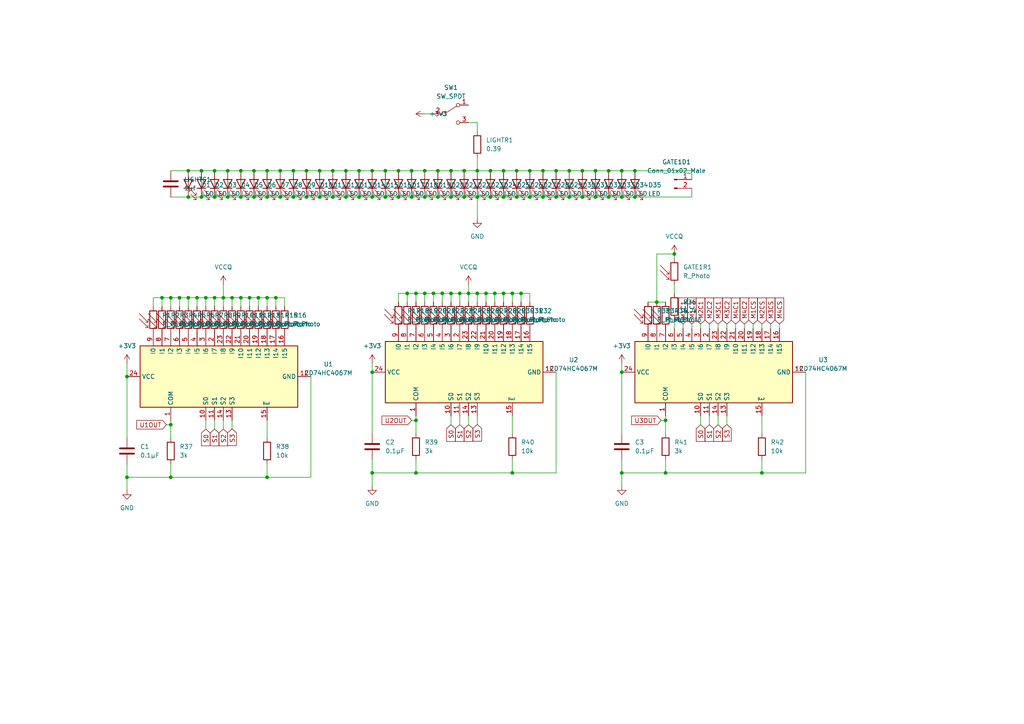
<source format=kicad_sch>
(kicad_sch (version 20211123) (generator eeschema)
  (paper "A4")
  (title_block (title "Layer 1 — LED") (date "2022-02-01") (rev "0.2"))
  (lib_symbols
    (symbol "74xx:CD74HC4067M"
      (property "Reference" "U" (at -8.89 22.86 0))
      (property "Value" "CD74HC4067M" (at 1.27 22.86 0))
      (symbol "CD74HC4067M_0_1"
        (rectangle (start -8.89 21.59) (end 8.89 -24.13) (stroke (width 0.254)) (fill (type background)))
      )
      (symbol "CD74HC4067M_1_1"
        (pin passive line (at -12.7 12.7 0) (length 3.81) (name "COM") (number "1"))
        (pin input line (at -12.7 2.54 0) (length 3.81) (name "S0") (number "10"))
        (pin input line (at -12.7 0 0) (length 3.81) (name "S1") (number "11"))
        (pin power_in line (at 0 -27.94 90) (length 3.81) (name "GND") (number "12"))
        (pin input line (at -12.7 -5.08 0) (length 3.81) (name "S3") (number "13"))
        (pin input line (at -12.7 -2.54 0) (length 3.81) (name "S2") (number "14"))
        (pin input line (at -12.7 -15.24 0) (length 3.81) (name "~{E}") (number "15"))
        (pin passive line (at 12.7 -20.32 180) (length 3.81) (name "I15") (number "16"))
        (pin passive line (at 12.7 -17.78 180) (length 3.81) (name "I14") (number "17"))
        (pin passive line (at 12.7 -15.24 180) (length 3.81) (name "I13") (number "18"))
        (pin passive line (at 12.7 -12.7 180) (length 3.81) (name "I12") (number "19"))
        (pin passive line (at 12.7 0 180) (length 3.81) (name "I7") (number "2"))
        (pin passive line (at 12.7 -10.16 180) (length 3.81) (name "I11") (number "20"))
        (pin passive line (at 12.7 -7.62 180) (length 3.81) (name "I10") (number "21"))
        (pin passive line (at 12.7 -5.08 180) (length 3.81) (name "I9") (number "22"))
        (pin passive line (at 12.7 -2.54 180) (length 3.81) (name "I8") (number "23"))
        (pin power_in line (at 0 25.4 270) (length 3.81) (name "VCC") (number "24"))
        (pin passive line (at 12.7 2.54 180) (length 3.81) (name "I6") (number "3"))
        (pin passive line (at 12.7 5.08 180) (length 3.81) (name "I5") (number "4"))
        (pin passive line (at 12.7 7.62 180) (length 3.81) (name "I4") (number "5"))
        (pin passive line (at 12.7 10.16 180) (length 3.81) (name "I3") (number "6"))
        (pin passive line (at 12.7 12.7 180) (length 3.81) (name "I2") (number "7"))
        (pin passive line (at 12.7 15.24 180) (length 3.81) (name "I1") (number "8"))
        (pin passive line (at 12.7 17.78 180) (length 3.81) (name "I0") (number "9"))
      )
    )
    (symbol "Connector:Conn_01x02_Male" (pin_names (offset 1.016) hide)
      (property "Reference" "J" (at 0 2.54 0))
      (property "Value" "Conn_01x02_Male" (at 0 -5.08 0))
      (symbol "Conn_01x02_Male_1_1"
        (polyline (pts (xy 1.27 -2.54) (xy 0.8636 -2.54)) (stroke (width 0.1524)))
        (polyline (pts (xy 1.27 0) (xy 0.8636 0)) (stroke (width 0.1524)))
        (rectangle (start 0.8636 -2.413) (end 0 -2.667) (stroke (width 0.1524)) (fill (type outline)))
        (rectangle (start 0.8636 0.127) (end 0 -0.127) (stroke (width 0.1524)) (fill (type outline)))
        (pin passive line (at 5.08 0 180) (length 3.81) (name "Pin_1") (number "1"))
        (pin passive line (at 5.08 -2.54 180) (length 3.81) (name "Pin_2") (number "2"))
      )
    )
    (symbol "Device:C" (pin_numbers hide) (pin_names (offset 0.254))
      (property "Reference" "C" (at 0.635 2.54 0))
      (property "Value" "C" (at 0.635 -2.54 0))
      (symbol "C_0_1"
        (polyline (pts (xy -2.032 -0.762) (xy 2.032 -0.762)) (stroke (width 0.508)))
        (polyline (pts (xy -2.032 0.762) (xy 2.032 0.762)) (stroke (width 0.508)))
      )
      (symbol "C_1_1"
        (pin passive line (at 0 3.81 270) (length 2.794) (name "~") (number "1"))
        (pin passive line (at 0 -3.81 90) (length 2.794) (name "~") (number "2"))
      )
    )
    (symbol "Device:LED" (pin_numbers hide) (pin_names (offset 1.016) hide)
      (property "Reference" "D" (at 0 2.54 0))
      (property "Value" "LED" (at 0 -2.54 0))
      (symbol "LED_0_1"
        (polyline (pts (xy -1.27 -1.27) (xy -1.27 1.27)) (stroke (width 0.254)))
        (polyline (pts (xy -1.27 0) (xy 1.27 0)))
        (polyline (pts (xy 1.27 -1.27) (xy 1.27 1.27) (xy -1.27 0) (xy 1.27 -1.27)) (stroke (width 0.254)))
        (polyline (pts (xy -3.048 -0.762) (xy -4.572 -2.286) (xy -3.81 -2.286) (xy -4.572 -2.286) (xy -4.572 -1.524)))
        (polyline (pts (xy -1.778 -0.762) (xy -3.302 -2.286) (xy -2.54 -2.286) (xy -3.302 -2.286) (xy -3.302 -1.524)))
      )
      (symbol "LED_1_1"
        (pin passive line (at -3.81 0 0) (length 2.54) (name "K") (number "1"))
        (pin passive line (at 3.81 0 180) (length 2.54) (name "A") (number "2"))
      )
    )
    (symbol "Device:R" (pin_numbers hide) (pin_names (offset 0))
      (property "Reference" "R" (at 2.032 0 90))
      (property "Value" "R" (at 0 0 90))
      (symbol "R_0_1"
        (rectangle (start -1.016 -2.54) (end 1.016 2.54) (stroke (width 0.254)))
      )
      (symbol "R_1_1"
        (pin passive line (at 0 3.81 270) (length 1.27) (name "~") (number "1"))
        (pin passive line (at 0 -3.81 90) (length 1.27) (name "~") (number "2"))
      )
    )
    (symbol "Device:R_Photo" (pin_numbers hide) (pin_names (offset 0))
      (property "Reference" "R" (at 1.27 1.27 0))
      (property "Value" "R_Photo" (at 1.27 0 0))
      (symbol "R_Photo_0_1"
        (rectangle (start -1.016 2.54) (end 1.016 -2.54) (stroke (width 0.254)))
        (polyline (pts (xy -1.524 -2.286) (xy -4.064 0.254)))
        (polyline (pts (xy -1.524 -2.286) (xy -2.286 -2.286)))
        (polyline (pts (xy -1.524 -2.286) (xy -1.524 -1.524)))
        (polyline (pts (xy -1.524 -0.762) (xy -4.064 1.778)))
        (polyline (pts (xy -1.524 -0.762) (xy -2.286 -0.762)))
        (polyline (pts (xy -1.524 -0.762) (xy -1.524 0)))
      )
      (symbol "R_Photo_1_1"
        (pin passive line (at 0 3.81 270) (length 1.27) (name "~") (number "1"))
        (pin passive line (at 0 -3.81 90) (length 1.27) (name "~") (number "2"))
      )
    )
    (symbol "Switch:SW_SPDT" (pin_names (offset 0) hide)
      (property "Reference" "SW" (at 0 4.318 0))
      (property "Value" "SW_SPDT" (at 0 -5.08 0))
      (symbol "SW_SPDT_0_0"
        (circle (center -2.032 0) (radius 0.508))
        (circle (center 2.032 -2.54) (radius 0.508))
      )
      (symbol "SW_SPDT_0_1"
        (polyline (pts (xy -1.524 0.254) (xy 1.651 2.286)))
        (circle (center 2.032 2.54) (radius 0.508))
      )
      (symbol "SW_SPDT_1_1"
        (pin passive line (at 5.08 2.54 180) (length 2.54) (name "A") (number "1"))
        (pin passive line (at -5.08 0 0) (length 2.54) (name "B") (number "2"))
        (pin passive line (at 5.08 -2.54 180) (length 2.54) (name "C") (number "3"))
      )
    )
    (symbol "power:+3V3" (power) (pin_names (offset 0))
      (property "Value" "+3V3" (at 0 3.556 0))
      (symbol "+3V3_0_1"
        (polyline (pts (xy -0.762 1.27) (xy 0 2.54)))
        (polyline (pts (xy 0 0) (xy 0 2.54)))
        (polyline (pts (xy 0 2.54) (xy 0.762 1.27)))
      )
      (symbol "+3V3_1_1"
        (pin power_in line (at 0 0 90) (length 0) hide (name "+3V3") (number "1"))
      )
    )
    (symbol "power:GND" (power) (pin_names (offset 0))
      (property "Value" "GND" (at 0 -3.81 0))
      (symbol "GND_0_1"
        (polyline (pts (xy 0 0) (xy 0 -1.27) (xy 1.27 -1.27) (xy 0 -2.54) (xy -1.27 -1.27) (xy 0 -1.27)))
      )
      (symbol "GND_1_1"
        (pin power_in line (at 0 0 270) (length 0) hide (name "GND") (number "1"))
      )
    )
    (symbol "power:VCCQ" (power) (pin_names (offset 0))
      (property "Value" "VCCQ" (at 0 3.81 0))
      (symbol "VCCQ_0_1"
        (polyline (pts (xy -0.762 1.27) (xy 0 2.54)))
        (polyline (pts (xy 0 0) (xy 0 2.54)))
        (polyline (pts (xy 0 2.54) (xy 0.762 1.27)))
      )
      (symbol "VCCQ_1_1"
        (pin power_in line (at 0 0 90) (length 0) hide (name "VCCQ") (number "1"))
      )
    )
  )
  (junction (at 127 57.15))
  (junction (at 73.66 49.53))
  (junction (at 138.43 49.53))
  (junction (at 115.57 57.15))
  (junction (at 161.29 57.15))
  (junction (at 120.65 137.16))
  (junction (at 130.81 57.15))
  (junction (at 193.04 121.92))
  (junction (at 148.59 85.09))
  (junction (at 77.47 138.43))
  (junction (at 54.61 86.36))
  (junction (at 123.19 57.15))
  (junction (at 193.04 137.16))
  (junction (at 74.93 86.36))
  (junction (at 59.69 86.36))
  (junction (at 57.15 86.36))
  (junction (at 66.04 49.53))
  (junction (at 92.71 49.53))
  (junction (at 130.81 49.53))
  (junction (at 220.98 137.16))
  (junction (at 195.58 73.66))
  (junction (at 140.97 85.09))
  (junction (at 149.86 49.53))
  (junction (at 52.07 86.36))
  (junction (at 77.47 86.36))
  (junction (at 153.67 49.53))
  (junction (at 148.59 137.16))
  (junction (at 125.73 85.09))
  (junction (at 36.83 138.43))
  (junction (at 111.76 57.15))
  (junction (at 107.95 49.53))
  (junction (at 111.76 49.53))
  (junction (at 81.28 49.53))
  (junction (at 69.85 49.53))
  (junction (at 58.42 49.53))
  (junction (at 180.34 137.16))
  (junction (at 184.15 49.53))
  (junction (at 142.24 49.53))
  (junction (at 172.72 49.53))
  (junction (at 157.48 49.53))
  (junction (at 165.1 57.15))
  (junction (at 134.62 49.53))
  (junction (at 123.19 85.09))
  (junction (at 146.05 49.53))
  (junction (at 190.5 87.63))
  (junction (at 180.34 49.53))
  (junction (at 49.53 86.36))
  (junction (at 172.72 57.15))
  (junction (at 120.65 121.92))
  (junction (at 107.95 107.95))
  (junction (at 180.34 57.15))
  (junction (at 69.85 57.15))
  (junction (at 69.85 86.36))
  (junction (at 64.77 86.36))
  (junction (at 123.19 49.53))
  (junction (at 119.38 49.53))
  (junction (at 49.53 123.19))
  (junction (at 62.23 49.53))
  (junction (at 104.14 49.53))
  (junction (at 73.66 57.15))
  (junction (at 67.31 86.36))
  (junction (at 72.39 86.36))
  (junction (at 143.51 85.09))
  (junction (at 153.67 57.15))
  (junction (at 100.33 49.53))
  (junction (at 168.91 57.15))
  (junction (at 58.42 57.15))
  (junction (at 138.43 57.15))
  (junction (at 85.09 57.15))
  (junction (at 77.47 57.15))
  (junction (at 138.43 85.09))
  (junction (at 180.34 107.95))
  (junction (at 46.99 86.36))
  (junction (at 80.01 86.36))
  (junction (at 118.11 85.09))
  (junction (at 66.04 57.15))
  (junction (at 146.05 57.15))
  (junction (at 119.38 57.15))
  (junction (at 134.62 57.15))
  (junction (at 176.53 49.53))
  (junction (at 133.35 85.09))
  (junction (at 146.05 85.09))
  (junction (at 96.52 57.15))
  (junction (at 149.86 57.15))
  (junction (at 107.95 57.15))
  (junction (at 36.83 109.22))
  (junction (at 165.1 49.53))
  (junction (at 62.23 57.15))
  (junction (at 77.47 49.53))
  (junction (at 168.91 49.53))
  (junction (at 54.61 57.15))
  (junction (at 142.24 57.15))
  (junction (at 85.09 49.53))
  (junction (at 151.13 85.09))
  (junction (at 176.53 57.15))
  (junction (at 127 49.53))
  (junction (at 62.23 86.36))
  (junction (at 81.28 57.15))
  (junction (at 54.61 49.53))
  (junction (at 96.52 49.53))
  (junction (at 157.48 57.15))
  (junction (at 128.27 85.09))
  (junction (at 100.33 57.15))
  (junction (at 49.53 138.43))
  (junction (at 130.81 85.09))
  (junction (at 88.9 49.53))
  (junction (at 104.14 57.15))
  (junction (at 107.95 137.16))
  (junction (at 115.57 49.53))
  (junction (at 135.89 85.09))
  (junction (at 92.71 57.15))
  (junction (at 120.65 85.09))
  (junction (at 161.29 49.53))
  (junction (at 88.9 57.15))
  (junction (at 184.15 57.15))
  (wire (pts (xy 36.83 109.22) (xy 36.83 127)))
  (wire (pts (xy 67.31 86.36) (xy 67.31 88.9)))
  (wire (pts (xy 135.89 85.09) (xy 138.43 85.09)))
  (wire (pts (xy 72.39 86.36) (xy 74.93 86.36)))
  (wire (pts (xy 220.98 133.35) (xy 220.98 137.16)))
  (wire (pts (xy 223.52 93.98) (xy 223.52 95.25)))
  (wire (pts (xy 133.35 120.65) (xy 133.35 123.19)))
  (wire (pts (xy 72.39 86.36) (xy 72.39 88.9)))
  (wire (pts (xy 233.68 107.95) (xy 233.68 137.16)))
  (wire (pts (xy 49.53 121.92) (xy 49.53 123.19)))
  (wire (pts (xy 208.28 120.65) (xy 208.28 123.19)))
  (wire (pts (xy 49.53 123.19) (xy 48.26 123.19)))
  (wire (pts (xy 64.77 86.36) (xy 64.77 88.9)))
  (wire (pts (xy 74.93 86.36) (xy 74.93 88.9)))
  (wire (pts (xy 200.66 49.53) (xy 200.66 52.07)))
  (wire (pts (xy 195.58 92.71) (xy 195.58 95.25)))
  (wire (pts (xy 64.77 86.36) (xy 67.31 86.36)))
  (wire (pts (xy 138.43 57.15) (xy 142.24 57.15)))
  (wire (pts (xy 119.38 49.53) (xy 123.19 49.53)))
  (wire (pts (xy 92.71 57.15) (xy 96.52 57.15)))
  (wire (pts (xy 208.28 93.98) (xy 208.28 95.25)))
  (wire (pts (xy 135.89 82.55) (xy 135.89 85.09)))
  (wire (pts (xy 85.09 49.53) (xy 88.9 49.53)))
  (wire (pts (xy 115.57 87.63) (xy 115.57 85.09)))
  (wire (pts (xy 151.13 85.09) (xy 153.67 85.09)))
  (wire (pts (xy 205.74 93.98) (xy 205.74 95.25)))
  (wire (pts (xy 107.95 107.95) (xy 107.95 125.73)))
  (wire (pts (xy 135.89 85.09) (xy 135.89 87.63)))
  (wire (pts (xy 146.05 85.09) (xy 146.05 87.63)))
  (wire (pts (xy 100.33 49.53) (xy 104.14 49.53)))
  (wire (pts (xy 123.19 57.15) (xy 127 57.15)))
  (wire (pts (xy 153.67 49.53) (xy 157.48 49.53)))
  (wire (pts (xy 62.23 86.36) (xy 64.77 86.36)))
  (wire (pts (xy 138.43 120.65) (xy 138.43 123.19)))
  (wire (pts (xy 157.48 57.15) (xy 161.29 57.15)))
  (wire (pts (xy 218.44 93.98) (xy 218.44 95.25)))
  (wire (pts (xy 134.62 57.15) (xy 138.43 57.15)))
  (wire (pts (xy 107.95 137.16) (xy 120.65 137.16)))
  (wire (pts (xy 176.53 49.53) (xy 180.34 49.53)))
  (wire (pts (xy 143.51 85.09) (xy 143.51 87.63)))
  (wire (pts (xy 168.91 49.53) (xy 172.72 49.53)))
  (wire (pts (xy 180.34 137.16) (xy 193.04 137.16)))
  (wire (pts (xy 52.07 86.36) (xy 52.07 88.9)))
  (wire (pts (xy 120.65 85.09) (xy 123.19 85.09)))
  (wire (pts (xy 161.29 57.15) (xy 165.1 57.15)))
  (wire (pts (xy 195.58 82.55) (xy 195.58 85.09)))
  (wire (pts (xy 180.34 105.41) (xy 180.34 107.95)))
  (wire (pts (xy 118.11 85.09) (xy 118.11 87.63)))
  (wire (pts (xy 100.33 57.15) (xy 104.14 57.15)))
  (wire (pts (xy 62.23 49.53) (xy 66.04 49.53)))
  (wire (pts (xy 146.05 57.15) (xy 149.86 57.15)))
  (wire (pts (xy 46.99 86.36) (xy 46.99 88.9)))
  (wire (pts (xy 67.31 86.36) (xy 69.85 86.36)))
  (wire (pts (xy 168.91 57.15) (xy 172.72 57.15)))
  (wire (pts (xy 54.61 86.36) (xy 54.61 88.9)))
  (wire (pts (xy 73.66 57.15) (xy 77.47 57.15)))
  (wire (pts (xy 104.14 49.53) (xy 107.95 49.53)))
  (wire (pts (xy 148.59 85.09) (xy 148.59 87.63)))
  (wire (pts (xy 73.66 49.53) (xy 77.47 49.53)))
  (wire (pts (xy 133.35 85.09) (xy 133.35 87.63)))
  (wire (pts (xy 138.43 85.09) (xy 138.43 87.63)))
  (wire (pts (xy 66.04 49.53) (xy 69.85 49.53)))
  (wire (pts (xy 213.36 93.98) (xy 213.36 95.25)))
  (wire (pts (xy 59.69 86.36) (xy 62.23 86.36)))
  (wire (pts (xy 190.5 87.63) (xy 193.04 87.63)))
  (wire (pts (xy 142.24 57.15) (xy 146.05 57.15)))
  (wire (pts (xy 82.55 86.36) (xy 82.55 88.9)))
  (wire (pts (xy 49.53 57.15) (xy 54.61 57.15)))
  (wire (pts (xy 135.89 35.56) (xy 138.43 35.56)))
  (wire (pts (xy 107.95 49.53) (xy 111.76 49.53)))
  (wire (pts (xy 203.2 93.98) (xy 203.2 95.25)))
  (wire (pts (xy 180.34 57.15) (xy 184.15 57.15)))
  (wire (pts (xy 148.59 120.65) (xy 148.59 125.73)))
  (wire (pts (xy 62.23 57.15) (xy 66.04 57.15)))
  (wire (pts (xy 59.69 86.36) (xy 59.69 88.9)))
  (wire (pts (xy 69.85 49.53) (xy 73.66 49.53)))
  (wire (pts (xy 149.86 49.53) (xy 153.67 49.53)))
  (wire (pts (xy 130.81 57.15) (xy 134.62 57.15)))
  (wire (pts (xy 148.59 137.16) (xy 161.29 137.16)))
  (wire (pts (xy 130.81 120.65) (xy 130.81 123.19)))
  (wire (pts (xy 134.62 49.53) (xy 138.43 49.53)))
  (wire (pts (xy 161.29 107.95) (xy 161.29 137.16)))
  (wire (pts (xy 125.73 85.09) (xy 125.73 87.63)))
  (wire (pts (xy 96.52 57.15) (xy 100.33 57.15)))
  (wire (pts (xy 120.65 85.09) (xy 120.65 87.63)))
  (wire (pts (xy 128.27 85.09) (xy 128.27 87.63)))
  (wire (pts (xy 133.35 85.09) (xy 135.89 85.09)))
  (wire (pts (xy 138.43 45.72) (xy 138.43 49.53)))
  (wire (pts (xy 193.04 120.65) (xy 193.04 121.92)))
  (wire (pts (xy 172.72 49.53) (xy 176.53 49.53)))
  (wire (pts (xy 140.97 85.09) (xy 140.97 87.63)))
  (wire (pts (xy 96.52 49.53) (xy 100.33 49.53)))
  (wire (pts (xy 123.19 33.02) (xy 125.73 33.02)))
  (wire (pts (xy 184.15 49.53) (xy 200.66 49.53)))
  (wire (pts (xy 220.98 93.98) (xy 220.98 95.25)))
  (wire (pts (xy 115.57 85.09) (xy 118.11 85.09)))
  (wire (pts (xy 148.59 133.35) (xy 148.59 137.16)))
  (wire (pts (xy 138.43 35.56) (xy 138.43 38.1)))
  (wire (pts (xy 120.65 137.16) (xy 148.59 137.16)))
  (wire (pts (xy 180.34 49.53) (xy 184.15 49.53)))
  (wire (pts (xy 138.43 57.15) (xy 138.43 63.5)))
  (wire (pts (xy 77.47 49.53) (xy 81.28 49.53)))
  (wire (pts (xy 107.95 57.15) (xy 111.76 57.15)))
  (wire (pts (xy 77.47 86.36) (xy 77.47 88.9)))
  (wire (pts (xy 142.24 49.53) (xy 146.05 49.53)))
  (wire (pts (xy 120.65 121.92) (xy 119.38 121.92)))
  (wire (pts (xy 190.5 87.63) (xy 190.5 73.66)))
  (wire (pts (xy 195.58 73.66) (xy 195.58 74.93)))
  (wire (pts (xy 36.83 134.62) (xy 36.83 138.43)))
  (wire (pts (xy 120.65 120.65) (xy 120.65 121.92)))
  (wire (pts (xy 205.74 120.65) (xy 205.74 123.19)))
  (wire (pts (xy 153.67 85.09) (xy 153.67 87.63)))
  (wire (pts (xy 146.05 49.53) (xy 149.86 49.53)))
  (wire (pts (xy 81.28 57.15) (xy 85.09 57.15)))
  (wire (pts (xy 36.83 138.43) (xy 36.83 142.24)))
  (wire (pts (xy 64.77 82.55) (xy 64.77 86.36)))
  (wire (pts (xy 157.48 49.53) (xy 161.29 49.53)))
  (wire (pts (xy 54.61 57.15) (xy 58.42 57.15)))
  (wire (pts (xy 77.47 86.36) (xy 80.01 86.36)))
  (wire (pts (xy 180.34 137.16) (xy 180.34 140.97)))
  (wire (pts (xy 130.81 85.09) (xy 133.35 85.09)))
  (wire (pts (xy 120.65 133.35) (xy 120.65 137.16)))
  (wire (pts (xy 58.42 57.15) (xy 62.23 57.15)))
  (wire (pts (xy 138.43 85.09) (xy 140.97 85.09)))
  (wire (pts (xy 176.53 57.15) (xy 180.34 57.15)))
  (wire (pts (xy 36.83 105.41) (xy 36.83 109.22)))
  (wire (pts (xy 77.47 138.43) (xy 90.17 138.43)))
  (wire (pts (xy 123.19 85.09) (xy 123.19 87.63)))
  (wire (pts (xy 49.53 49.53) (xy 54.61 49.53)))
  (wire (pts (xy 233.68 137.16) (xy 220.98 137.16)))
  (wire (pts (xy 123.19 85.09) (xy 125.73 85.09)))
  (wire (pts (xy 77.47 57.15) (xy 81.28 57.15)))
  (wire (pts (xy 187.96 87.63) (xy 190.5 87.63)))
  (wire (pts (xy 92.71 49.53) (xy 96.52 49.53)))
  (wire (pts (xy 49.53 138.43) (xy 77.47 138.43)))
  (wire (pts (xy 200.66 54.61) (xy 200.66 57.15)))
  (wire (pts (xy 54.61 49.53) (xy 58.42 49.53)))
  (wire (pts (xy 62.23 121.92) (xy 62.23 124.46)))
  (wire (pts (xy 191.77 121.92) (xy 193.04 121.92)))
  (wire (pts (xy 130.81 85.09) (xy 130.81 87.63)))
  (wire (pts (xy 57.15 86.36) (xy 59.69 86.36)))
  (wire (pts (xy 107.95 105.41) (xy 107.95 107.95)))
  (wire (pts (xy 146.05 85.09) (xy 148.59 85.09)))
  (wire (pts (xy 81.28 49.53) (xy 85.09 49.53)))
  (wire (pts (xy 66.04 57.15) (xy 69.85 57.15)))
  (wire (pts (xy 125.73 85.09) (xy 128.27 85.09)))
  (wire (pts (xy 54.61 86.36) (xy 57.15 86.36)))
  (wire (pts (xy 52.07 86.36) (xy 54.61 86.36)))
  (wire (pts (xy 115.57 49.53) (xy 119.38 49.53)))
  (wire (pts (xy 127 49.53) (xy 130.81 49.53)))
  (wire (pts (xy 153.67 57.15) (xy 157.48 57.15)))
  (wire (pts (xy 111.76 57.15) (xy 115.57 57.15)))
  (wire (pts (xy 226.06 93.98) (xy 226.06 95.25)))
  (wire (pts (xy 69.85 57.15) (xy 73.66 57.15)))
  (wire (pts (xy 190.5 73.66) (xy 195.58 73.66)))
  (wire (pts (xy 138.43 49.53) (xy 142.24 49.53)))
  (wire (pts (xy 57.15 86.36) (xy 57.15 88.9)))
  (wire (pts (xy 115.57 57.15) (xy 119.38 57.15)))
  (wire (pts (xy 149.86 57.15) (xy 153.67 57.15)))
  (wire (pts (xy 85.09 57.15) (xy 88.9 57.15)))
  (wire (pts (xy 77.47 134.62) (xy 77.47 138.43)))
  (wire (pts (xy 69.85 86.36) (xy 72.39 86.36)))
  (wire (pts (xy 200.66 93.98) (xy 200.66 95.25)))
  (wire (pts (xy 107.95 133.35) (xy 107.95 137.16)))
  (wire (pts (xy 193.04 121.92) (xy 193.04 125.73)))
  (wire (pts (xy 80.01 86.36) (xy 80.01 88.9)))
  (wire (pts (xy 118.11 85.09) (xy 120.65 85.09)))
  (wire (pts (xy 49.53 123.19) (xy 49.53 127)))
  (wire (pts (xy 151.13 85.09) (xy 151.13 87.63)))
  (wire (pts (xy 69.85 86.36) (xy 69.85 88.9)))
  (wire (pts (xy 210.82 120.65) (xy 210.82 123.19)))
  (wire (pts (xy 49.53 86.36) (xy 52.07 86.36)))
  (wire (pts (xy 193.04 133.35) (xy 193.04 137.16)))
  (wire (pts (xy 111.76 49.53) (xy 115.57 49.53)))
  (wire (pts (xy 36.83 138.43) (xy 49.53 138.43)))
  (wire (pts (xy 193.04 137.16) (xy 220.98 137.16)))
  (wire (pts (xy 49.53 134.62) (xy 49.53 138.43)))
  (wire (pts (xy 161.29 49.53) (xy 165.1 49.53)))
  (wire (pts (xy 59.69 121.92) (xy 59.69 124.46)))
  (wire (pts (xy 44.45 86.36) (xy 46.99 86.36)))
  (wire (pts (xy 165.1 49.53) (xy 168.91 49.53)))
  (wire (pts (xy 184.15 57.15) (xy 200.66 57.15)))
  (wire (pts (xy 165.1 57.15) (xy 168.91 57.15)))
  (wire (pts (xy 62.23 86.36) (xy 62.23 88.9)))
  (wire (pts (xy 128.27 85.09) (xy 130.81 85.09)))
  (wire (pts (xy 104.14 57.15) (xy 107.95 57.15)))
  (wire (pts (xy 135.89 120.65) (xy 135.89 123.19)))
  (wire (pts (xy 44.45 88.9) (xy 44.45 86.36)))
  (wire (pts (xy 198.12 93.98) (xy 198.12 95.25)))
  (wire (pts (xy 203.2 120.65) (xy 203.2 123.19)))
  (wire (pts (xy 64.77 121.92) (xy 64.77 124.46)))
  (wire (pts (xy 107.95 137.16) (xy 107.95 140.97)))
  (wire (pts (xy 148.59 85.09) (xy 151.13 85.09)))
  (wire (pts (xy 123.19 49.53) (xy 127 49.53)))
  (wire (pts (xy 119.38 57.15) (xy 123.19 57.15)))
  (wire (pts (xy 220.98 120.65) (xy 220.98 125.73)))
  (wire (pts (xy 140.97 85.09) (xy 143.51 85.09)))
  (wire (pts (xy 127 57.15) (xy 130.81 57.15)))
  (wire (pts (xy 143.51 85.09) (xy 146.05 85.09)))
  (wire (pts (xy 80.01 86.36) (xy 82.55 86.36)))
  (wire (pts (xy 88.9 57.15) (xy 92.71 57.15)))
  (wire (pts (xy 77.47 121.92) (xy 77.47 127)))
  (wire (pts (xy 120.65 121.92) (xy 120.65 125.73)))
  (wire (pts (xy 67.31 121.92) (xy 67.31 124.46)))
  (wire (pts (xy 215.9 93.98) (xy 215.9 95.25)))
  (wire (pts (xy 130.81 49.53) (xy 134.62 49.53)))
  (wire (pts (xy 210.82 93.98) (xy 210.82 95.25)))
  (wire (pts (xy 180.34 107.95) (xy 180.34 125.73)))
  (wire (pts (xy 74.93 86.36) (xy 77.47 86.36)))
  (wire (pts (xy 46.99 86.36) (xy 49.53 86.36)))
  (wire (pts (xy 58.42 49.53) (xy 62.23 49.53)))
  (wire (pts (xy 90.17 109.22) (xy 90.17 138.43)))
  (wire (pts (xy 49.53 86.36) (xy 49.53 88.9)))
  (wire (pts (xy 172.72 57.15) (xy 176.53 57.15)))
  (wire (pts (xy 180.34 133.35) (xy 180.34 137.16)))
  (wire (pts (xy 88.9 49.53) (xy 92.71 49.53)))
  (global_label "M3C1" (shape input) (at 208.28 93.98 90) (property "Intersheet References" "${INTERSHEET_REFS}" (effects hide)))
  (global_label "M2C1" (shape input) (at 203.2 93.98 90) (property "Intersheet References" "${INTERSHEET_REFS}" (effects hide)))
  (global_label "S0" (shape input) (at 203.2 123.19 270) (property "Intersheet References" "${INTERSHEET_REFS}" (effects hide)))
  (global_label "S3" (shape input) (at 210.82 123.1117 270) (property "Intersheet References" "${INTERSHEET_REFS}" (effects hide)))
  (global_label "S3" (shape input) (at 67.31 124.3817 270) (property "Intersheet References" "${INTERSHEET_REFS}" (effects hide)))
  (global_label "U1OUT" (shape input) (at 48.26 123.19 180) (property "Intersheet References" "${INTERSHEET_REFS}" (effects hide)))
  (global_label "S1" (shape input) (at 62.23 124.46 270) (property "Intersheet References" "${INTERSHEET_REFS}" (effects hide)))
  (global_label "M4CS" (shape input) (at 226.06 93.98 90) (property "Intersheet References" "${INTERSHEET_REFS}" (effects hide)))
  (global_label "S3" (shape input) (at 138.43 123.1117 270) (property "Intersheet References" "${INTERSHEET_REFS}" (effects hide)))
  (global_label "M1C1" (shape input) (at 198.12 93.98 90) (property "Intersheet References" "${INTERSHEET_REFS}" (effects hide)))
  (global_label "M4C1" (shape input) (at 213.36 93.98 90) (property "Intersheet References" "${INTERSHEET_REFS}" (effects hide)))
  (global_label "S0" (shape input) (at 130.81 123.19 270) (property "Intersheet References" "${INTERSHEET_REFS}" (effects hide)))
  (global_label "M1CS" (shape input) (at 218.44 93.98 90) (property "Intersheet References" "${INTERSHEET_REFS}" (effects hide)))
  (global_label "S1" (shape input) (at 205.74 123.19 270) (property "Intersheet References" "${INTERSHEET_REFS}" (effects hide)))
  (global_label "U3OUT" (shape input) (at 191.77 121.92 180) (property "Intersheet References" "${INTERSHEET_REFS}" (effects hide)))
  (global_label "M2CS" (shape input) (at 220.98 93.98 90) (property "Intersheet References" "${INTERSHEET_REFS}" (effects hide)))
  (global_label "M3CS" (shape input) (at 223.52 93.98 90) (property "Intersheet References" "${INTERSHEET_REFS}" (effects hide)))
  (global_label "S2" (shape input) (at 64.77 124.46 270) (property "Intersheet References" "${INTERSHEET_REFS}" (effects hide)))
  (global_label "M3C2" (shape input) (at 210.82 93.98 90) (property "Intersheet References" "${INTERSHEET_REFS}" (effects hide)))
  (global_label "S1" (shape input) (at 133.35 123.19 270) (property "Intersheet References" "${INTERSHEET_REFS}" (effects hide)))
  (global_label "S0" (shape input) (at 59.69 124.46 270) (property "Intersheet References" "${INTERSHEET_REFS}" (effects hide)))
  (global_label "U2OUT" (shape input) (at 119.38 121.92 180) (property "Intersheet References" "${INTERSHEET_REFS}" (effects hide)))
  (global_label "S2" (shape input) (at 208.28 123.19 270) (property "Intersheet References" "${INTERSHEET_REFS}" (effects hide)))
  (global_label "S2" (shape input) (at 135.89 123.19 270) (property "Intersheet References" "${INTERSHEET_REFS}" (effects hide)))
  (global_label "M4C2" (shape input) (at 215.9 93.98 90) (property "Intersheet References" "${INTERSHEET_REFS}" (effects hide)))
  (global_label "M2C2" (shape input) (at 205.74 93.98 90) (property "Intersheet References" "${INTERSHEET_REFS}" (effects hide)))
  (global_label "M1C2" (shape input) (at 200.66 93.98 90) (property "Intersheet References" "${INTERSHEET_REFS}" (effects hide)))
  (symbol (lib_id "Device:LED") (at 134.62 53.34 90) (unit 1)
    (property "Reference" "D22" (at 138.43 53.6574 90) (effects (justify right)))
    (property "Value" "LED" (at 138.43 56.1974 90) (effects (justify right)))
    (property "Footprint" "OF-SMD3528WC:LED_OF-SMD3528WC" (effects hide))
  )
  (symbol (lib_id "Device:R") (at 77.47 130.81 0) (unit 1)
    (property "Reference" "R38" (at 80.01 129.5399 0) (effects (justify left)))
    (property "Value" "10k" (at 80.01 132.0799 0) (effects (justify left)))
    (property "Footprint" "Resistors:0603" (effects hide))
  )
  (symbol (lib_id "power:GND") (at 107.95 140.97 0) (unit 1)
    (property "Reference" "#PWR017" (effects hide))
    (property "Value" "GND" (at 107.95 146.05 0))
  )
  (symbol (lib_id "Device:C") (at 36.83 130.81 0) (unit 1)
    (property "Reference" "C1" (at 40.64 129.5399 0) (effects (justify left)))
    (property "Value" "0.1µF" (at 40.64 132.0799 0) (effects (justify left)))
    (property "Footprint" "Capacitors:0603" (effects hide))
  )
  (symbol (lib_id "Device:LED") (at 172.72 53.34 90) (unit 1)
    (property "Reference" "D32" (at 176.53 53.6574 90) (effects (justify right)))
    (property "Value" "LED" (at 176.53 56.1974 90) (effects (justify right)))
    (property "Footprint" "OF-SMD3528WC:LED_OF-SMD3528WC" (effects hide))
  )
  (symbol (lib_id "Device:LED") (at 111.76 53.34 90) (unit 1)
    (property "Reference" "D16" (at 115.57 53.6574 90) (effects (justify right)))
    (property "Value" "LED" (at 115.57 56.1974 90) (effects (justify right)))
    (property "Footprint" "OF-SMD3528WC:LED_OF-SMD3528WC" (effects hide))
  )
  (symbol (lib_id "Device:LED") (at 184.15 53.34 90) (unit 1)
    (property "Reference" "D35" (at 187.96 53.6574 90) (effects (justify right)))
    (property "Value" "LED" (at 187.96 56.1974 90) (effects (justify right)))
    (property "Footprint" "OF-SMD3528WC:LED_OF-SMD3528WC" (effects hide))
  )
  (symbol (lib_id "Device:R_Photo") (at 49.53 92.71 0) (unit 1)
    (property "Reference" "R3" (at 52.07 91.4399 0) (effects (justify left)))
    (property "Value" "R_Photo" (at 52.07 93.9799 0) (effects (justify left)))
    (property "Footprint" "ALS-PT19-315C_L177_TR8:XDCR_ALS-PT19-315C_L177_TR8" (effects hide))
  )
  (symbol (lib_id "Device:R") (at 195.58 88.9 0) (unit 1)
    (property "Reference" "R36" (at 198.12 87.6299 0) (effects (justify left)))
    (property "Value" "4.7k" (at 198.12 90.1699 0) (effects (justify left)))
    (property "Footprint" "Resistors:0603" (effects hide))
  )
  (symbol (lib_id "Device:R_Photo") (at 62.23 92.71 0) (unit 1)
    (property "Reference" "R8" (at 64.77 91.4399 0) (effects (justify left)))
    (property "Value" "R_Photo" (at 64.77 93.9799 0) (effects (justify left)))
    (property "Footprint" "ALS-PT19-315C_L177_TR8:XDCR_ALS-PT19-315C_L177_TR8" (effects hide))
  )
  (symbol (lib_id "Device:LED") (at 149.86 53.34 90) (unit 1)
    (property "Reference" "D26" (at 153.67 53.6574 90) (effects (justify right)))
    (property "Value" "LED" (at 153.67 56.1974 90) (effects (justify right)))
    (property "Footprint" "OF-SMD3528WC:LED_OF-SMD3528WC" (effects hide))
  )
  (symbol (lib_id "Device:LED") (at 161.29 53.34 90) (unit 1)
    (property "Reference" "D29" (at 165.1 53.6574 90) (effects (justify right)))
    (property "Value" "LED" (at 165.1 56.1974 90) (effects (justify right)))
    (property "Footprint" "OF-SMD3528WC:LED_OF-SMD3528WC" (effects hide))
  )
  (symbol (lib_id "74xx:CD74HC4067M") (at 205.74 107.95 90) (unit 1)
    (property "Reference" "U3" (at 238.76 104.3686 90))
    (property "Value" "CD74HC4067M" (at 238.76 106.9086 90))
    (property "Footprint" "Package_SO:SOIC-24W_7.5x15.4mm_P1.27mm" (effects hide))
    (property "Datasheet" "http://www.ti.com/lit/ds/symlink/cd74hc4067.pdf" (effects hide))
  )
  (symbol (lib_id "Device:LED") (at 165.1 53.34 90) (unit 1)
    (property "Reference" "D30" (at 168.91 53.6574 90) (effects (justify right)))
    (property "Value" "LED" (at 168.91 56.1974 90) (effects (justify right)))
    (property "Footprint" "OF-SMD3528WC:LED_OF-SMD3528WC" (effects hide))
  )
  (symbol (lib_id "Device:R_Photo") (at 74.93 92.71 0) (unit 1)
    (property "Reference" "R13" (at 77.47 91.4399 0) (effects (justify left)))
    (property "Value" "R_Photo" (at 77.47 93.9799 0) (effects (justify left)))
    (property "Footprint" "ALS-PT19-315C_L177_TR8:XDCR_ALS-PT19-315C_L177_TR8" (effects hide))
  )
  (symbol (lib_id "Connector:Conn_01x02_Male") (at 195.58 52.07 0) (unit 1)
    (property "Reference" "GATE1D1" (at 196.215 46.99 0))
    (property "Value" "Conn_01x02_Male" (at 196.215 49.53 0))
    (property "Footprint" "Connectors:1X02_LOCK" (effects hide))
  )
  (symbol (lib_id "Device:LED") (at 123.19 53.34 90) (unit 1)
    (property "Reference" "D19" (at 127 53.6574 90) (effects (justify right)))
    (property "Value" "LED" (at 127 56.1974 90) (effects (justify right)))
    (property "Footprint" "OF-SMD3528WC:LED_OF-SMD3528WC" (effects hide))
  )
  (symbol (lib_id "Device:R_Photo") (at 130.81 91.44 0) (unit 1)
    (property "Reference" "R23" (at 133.35 90.1699 0) (effects (justify left)))
    (property "Value" "R_Photo" (at 133.35 92.7099 0) (effects (justify left)))
    (property "Footprint" "ALS-PT19-315C_L177_TR8:XDCR_ALS-PT19-315C_L177_TR8" (effects hide))
  )
  (symbol (lib_id "Device:LED") (at 58.42 53.34 90) (unit 1)
    (property "Reference" "D2" (at 62.23 53.6574 90) (effects (justify right)))
    (property "Value" "LED" (at 62.23 56.1974 90) (effects (justify right)))
    (property "Footprint" "OF-SMD3528WC:LED_OF-SMD3528WC" (effects hide))
  )
  (symbol (lib_id "Device:LED") (at 176.53 53.34 90) (unit 1)
    (property "Reference" "D33" (at 180.34 53.6574 90) (effects (justify right)))
    (property "Value" "LED" (at 180.34 56.1974 90) (effects (justify right)))
    (property "Footprint" "OF-SMD3528WC:LED_OF-SMD3528WC" (effects hide))
  )
  (symbol (lib_id "Device:LED") (at 96.52 53.34 90) (unit 1)
    (property "Reference" "D12" (at 100.33 53.6574 90) (effects (justify right)))
    (property "Value" "LED" (at 100.33 56.1974 90) (effects (justify right)))
    (property "Footprint" "OF-SMD3528WC:LED_OF-SMD3528WC" (effects hide))
  )
  (symbol (lib_id "power:+3V3") (at 36.83 105.41 0) (unit 1)
    (property "Reference" "#PWR0103" (effects hide))
    (property "Value" "+3V3" (at 36.83 100.33 0))
  )
  (symbol (lib_id "Device:R_Photo") (at 77.47 92.71 0) (unit 1)
    (property "Reference" "R14" (at 80.01 91.4399 0) (effects (justify left)))
    (property "Value" "R_Photo" (at 80.01 93.9799 0) (effects (justify left)))
    (property "Footprint" "ALS-PT19-315C_L177_TR8:XDCR_ALS-PT19-315C_L177_TR8" (effects hide))
  )
  (symbol (lib_id "Device:R_Photo") (at 52.07 92.71 0) (unit 1)
    (property "Reference" "R4" (at 54.61 91.4399 0) (effects (justify left)))
    (property "Value" "R_Photo" (at 54.61 93.9799 0) (effects (justify left)))
    (property "Footprint" "ALS-PT19-315C_L177_TR8:XDCR_ALS-PT19-315C_L177_TR8" (effects hide))
  )
  (symbol (lib_id "Device:LED") (at 127 53.34 90) (unit 1)
    (property "Reference" "D20" (at 130.81 53.6574 90) (effects (justify right)))
    (property "Value" "LED" (at 130.81 56.1974 90) (effects (justify right)))
    (property "Footprint" "OF-SMD3528WC:LED_OF-SMD3528WC" (effects hide))
  )
  (symbol (lib_id "74xx:CD74HC4067M") (at 62.23 109.22 90) (unit 1)
    (property "Reference" "U1" (at 95.25 105.6386 90))
    (property "Value" "CD74HC4067M" (at 95.25 108.1786 90))
    (property "Footprint" "Package_SO:SOIC-24W_7.5x15.4mm_P1.27mm" (effects hide))
    (property "Datasheet" "http://www.ti.com/lit/ds/symlink/cd74hc4067.pdf" (effects hide))
  )
  (symbol (lib_id "power:+3V3") (at 180.34 105.41 0) (unit 1)
    (property "Reference" "#PWR0101" (effects hide))
    (property "Value" "+3V3" (at 180.34 100.33 0))
  )
  (symbol (lib_id "Device:R_Photo") (at 143.51 91.44 0) (unit 1)
    (property "Reference" "R28" (at 146.05 90.1699 0) (effects (justify left)))
    (property "Value" "R_Photo" (at 146.05 92.7099 0) (effects (justify left)))
    (property "Footprint" "ALS-PT19-315C_L177_TR8:XDCR_ALS-PT19-315C_L177_TR8" (effects hide))
  )
  (symbol (lib_id "Device:R_Photo") (at 133.35 91.44 0) (unit 1)
    (property "Reference" "R24" (at 135.89 90.1699 0) (effects (justify left)))
    (property "Value" "R_Photo" (at 135.89 92.7099 0) (effects (justify left)))
    (property "Footprint" "ALS-PT19-315C_L177_TR8:XDCR_ALS-PT19-315C_L177_TR8" (effects hide))
  )
  (symbol (lib_id "Device:C") (at 107.95 129.54 0) (mirror y) (unit 1)
    (property "Reference" "C2" (at 111.76 128.2699 0) (effects (justify right)))
    (property "Value" "0.1µF" (at 111.76 130.8099 0) (effects (justify right)))
    (property "Footprint" "Capacitors:0603" (effects hide))
  )
  (symbol (lib_id "Device:R_Photo") (at 69.85 92.71 0) (unit 1)
    (property "Reference" "R11" (at 72.39 91.4399 0) (effects (justify left)))
    (property "Value" "R_Photo" (at 72.39 93.9799 0) (effects (justify left)))
    (property "Footprint" "ALS-PT19-315C_L177_TR8:XDCR_ALS-PT19-315C_L177_TR8" (effects hide))
  )
  (symbol (lib_id "Device:LED") (at 138.43 53.34 90) (unit 1)
    (property "Reference" "D23" (at 142.24 53.6574 90) (effects (justify right)))
    (property "Value" "LED" (at 142.24 56.1974 90) (effects (justify right)))
    (property "Footprint" "OF-SMD3528WC:LED_OF-SMD3528WC" (effects hide))
  )
  (symbol (lib_id "Device:LED") (at 62.23 53.34 90) (unit 1)
    (property "Reference" "D3" (at 66.04 53.6574 90) (effects (justify right)))
    (property "Value" "LED" (at 66.04 56.1974 90) (effects (justify right)))
    (property "Footprint" "OF-SMD3528WC:LED_OF-SMD3528WC" (effects hide))
  )
  (symbol (lib_id "Device:LED") (at 88.9 53.34 90) (unit 1)
    (property "Reference" "D10" (at 92.71 53.6574 90) (effects (justify right)))
    (property "Value" "LED" (at 92.71 56.1974 90) (effects (justify right)))
    (property "Footprint" "OF-SMD3528WC:LED_OF-SMD3528WC" (effects hide))
  )
  (symbol (lib_id "Switch:SW_SPDT") (at 130.81 33.02 0) (unit 1)
    (property "Reference" "SW1" (at 130.81 25.4 0))
    (property "Value" "SW_SPDT" (at 130.81 27.94 0))
    (property "Footprint" "Switches:SWITCH_SPDT_PTH_11.6X4.0MM_LOCK" (effects hide))
  )
  (symbol (lib_id "Device:R_Photo") (at 193.04 91.44 0) (unit 1)
    (property "Reference" "R35" (at 195.58 90.1699 0) (effects (justify left)))
    (property "Value" "R_Photo" (at 195.58 92.7099 0) (effects (justify left)))
    (property "Footprint" "ALS-PT19-315C_L177_TR8:XDCR_ALS-PT19-315C_L177_TR8" (effects hide))
  )
  (symbol (lib_id "Device:C") (at 180.34 129.54 0) (unit 1)
    (property "Reference" "C3" (at 184.15 128.2699 0) (effects (justify left)))
    (property "Value" "0.1µF" (at 184.15 130.8099 0) (effects (justify left)))
    (property "Footprint" "Capacitors:0603" (effects hide))
  )
  (symbol (lib_id "Device:C") (at 49.53 53.34 0) (unit 1)
    (property "Reference" "LIGHTC1" (at 53.34 52.0699 0) (effects (justify left)))
    (property "Value" "1µf" (at 53.34 54.6099 0) (effects (justify left)))
    (property "Footprint" "Capacitors:0603" (effects hide))
  )
  (symbol (lib_id "power:+3V3") (at 107.95 105.41 0) (unit 1)
    (property "Reference" "#PWR0119" (effects hide))
    (property "Value" "+3V3" (at 107.95 100.33 0))
  )
  (symbol (lib_id "power:GND") (at 180.34 140.97 0) (unit 1)
    (property "Reference" "#PWR021" (effects hide))
    (property "Value" "GND" (at 180.34 146.05 0))
  )
  (symbol (lib_id "power:+3V3") (at 123.19 33.02 90) (unit 1)
    (property "Reference" "#PWR0102" (effects hide))
    (property "Value" "+3V3" (at 124.46 33.0199 90) (effects (justify right)))
  )
  (symbol (lib_id "Device:R_Photo") (at 67.31 92.71 0) (unit 1)
    (property "Reference" "R10" (at 69.85 91.4399 0) (effects (justify left)))
    (property "Value" "R_Photo" (at 69.85 93.9799 0) (effects (justify left)))
    (property "Footprint" "ALS-PT19-315C_L177_TR8:XDCR_ALS-PT19-315C_L177_TR8" (effects hide))
  )
  (symbol (lib_id "Device:R_Photo") (at 125.73 91.44 0) (unit 1)
    (property "Reference" "R21" (at 128.27 90.1699 0) (effects (justify left)))
    (property "Value" "R_Photo" (at 128.27 92.7099 0) (effects (justify left)))
    (property "Footprint" "ALS-PT19-315C_L177_TR8:XDCR_ALS-PT19-315C_L177_TR8" (effects hide))
  )
  (symbol (lib_id "Device:LED") (at 180.34 53.34 90) (unit 1)
    (property "Reference" "D34" (at 184.15 53.6574 90) (effects (justify right)))
    (property "Value" "LED" (at 184.15 56.1974 90) (effects (justify right)))
    (property "Footprint" "OF-SMD3528WC:LED_OF-SMD3528WC" (effects hide))
  )
  (symbol (lib_id "Device:LED") (at 85.09 53.34 90) (unit 1)
    (property "Reference" "D9" (at 88.9 53.6574 90) (effects (justify right)))
    (property "Value" "LED" (at 88.9 56.1974 90) (effects (justify right)))
    (property "Footprint" "OF-SMD3528WC:LED_OF-SMD3528WC" (effects hide))
  )
  (symbol (lib_id "Device:R_Photo") (at 120.65 91.44 0) (unit 1)
    (property "Reference" "R19" (at 123.19 90.1699 0) (effects (justify left)))
    (property "Value" "R_Photo" (at 123.19 92.7099 0) (effects (justify left)))
    (property "Footprint" "ALS-PT19-315C_L177_TR8:XDCR_ALS-PT19-315C_L177_TR8" (effects hide))
  )
  (symbol (lib_id "Device:R_Photo") (at 148.59 91.44 0) (unit 1)
    (property "Reference" "R30" (at 151.13 90.1699 0) (effects (justify left)))
    (property "Value" "R_Photo" (at 151.13 92.7099 0) (effects (justify left)))
    (property "Footprint" "ALS-PT19-315C_L177_TR8:XDCR_ALS-PT19-315C_L177_TR8" (effects hide))
  )
  (symbol (lib_id "Device:R_Photo") (at 128.27 91.44 0) (unit 1)
    (property "Reference" "R22" (at 130.81 90.1699 0) (effects (justify left)))
    (property "Value" "R_Photo" (at 130.81 92.7099 0) (effects (justify left)))
    (property "Footprint" "ALS-PT19-315C_L177_TR8:XDCR_ALS-PT19-315C_L177_TR8" (effects hide))
  )
  (symbol (lib_id "Device:R_Photo") (at 44.45 92.71 0) (unit 1)
    (property "Reference" "R1" (at 46.99 91.4399 0) (effects (justify left)))
    (property "Value" "R_Photo" (at 46.99 93.9799 0) (effects (justify left)))
    (property "Footprint" "ALS-PT19-315C_L177_TR8:XDCR_ALS-PT19-315C_L177_TR8" (effects hide))
  )
  (symbol (lib_id "74xx:CD74HC4067M") (at 133.35 107.95 90) (unit 1)
    (property "Reference" "U2" (at 166.37 104.3686 90))
    (property "Value" "CD74HC4067M" (at 166.37 106.9086 90))
    (property "Footprint" "Package_SO:SOIC-24W_7.5x15.4mm_P1.27mm" (effects hide))
    (property "Datasheet" "http://www.ti.com/lit/ds/symlink/cd74hc4067.pdf" (effects hide))
  )
  (symbol (lib_id "Device:R_Photo") (at 153.67 91.44 0) (unit 1)
    (property "Reference" "R32" (at 156.21 90.1699 0) (effects (justify left)))
    (property "Value" "R_Photo" (at 156.21 92.7099 0) (effects (justify left)))
    (property "Footprint" "ALS-PT19-315C_L177_TR8:XDCR_ALS-PT19-315C_L177_TR8" (effects hide))
  )
  (symbol (lib_id "Device:LED") (at 92.71 53.34 90) (unit 1)
    (property "Reference" "D11" (at 96.52 53.6574 90) (effects (justify right)))
    (property "Value" "LED" (at 96.52 56.1974 90) (effects (justify right)))
    (property "Footprint" "OF-SMD3528WC:LED_OF-SMD3528WC" (effects hide))
  )
  (symbol (lib_id "Device:R_Photo") (at 135.89 91.44 0) (unit 1)
    (property "Reference" "R25" (at 138.43 90.1699 0) (effects (justify left)))
    (property "Value" "R_Photo" (at 138.43 92.7099 0) (effects (justify left)))
    (property "Footprint" "ALS-PT19-315C_L177_TR8:XDCR_ALS-PT19-315C_L177_TR8" (effects hide))
  )
  (symbol (lib_id "Device:R_Photo") (at 72.39 92.71 0) (unit 1)
    (property "Reference" "R12" (at 74.93 91.4399 0) (effects (justify left)))
    (property "Value" "R_Photo" (at 74.93 93.9799 0) (effects (justify left)))
    (property "Footprint" "ALS-PT19-315C_L177_TR8:XDCR_ALS-PT19-315C_L177_TR8" (effects hide))
  )
  (symbol (lib_id "power:GND") (at 36.83 142.24 0) (unit 1)
    (property "Reference" "#PWR014" (effects hide))
    (property "Value" "GND" (at 36.83 147.32 0))
  )
  (symbol (lib_id "Device:R_Photo") (at 57.15 92.71 0) (unit 1)
    (property "Reference" "R6" (at 59.69 91.4399 0) (effects (justify left)))
    (property "Value" "R_Photo" (at 59.69 93.9799 0) (effects (justify left)))
    (property "Footprint" "ALS-PT19-315C_L177_TR8:XDCR_ALS-PT19-315C_L177_TR8" (effects hide))
  )
  (symbol (lib_id "Device:LED") (at 130.81 53.34 90) (unit 1)
    (property "Reference" "D21" (at 134.62 53.6574 90) (effects (justify right)))
    (property "Value" "LED" (at 134.62 56.1974 90) (effects (justify right)))
    (property "Footprint" "OF-SMD3528WC:LED_OF-SMD3528WC" (effects hide))
  )
  (symbol (lib_id "power:VCCQ") (at 64.77 82.55 0) (unit 1)
    (property "Reference" "#PWR015" (effects hide))
    (property "Value" "VCCQ" (at 64.77 77.47 0))
  )
  (symbol (lib_id "Device:LED") (at 146.05 53.34 90) (unit 1)
    (property "Reference" "D25" (at 149.86 53.6574 90) (effects (justify right)))
    (property "Value" "LED" (at 149.86 56.1974 90) (effects (justify right)))
    (property "Footprint" "OF-SMD3528WC:LED_OF-SMD3528WC" (effects hide))
  )
  (symbol (lib_id "Device:R_Photo") (at 187.96 91.44 0) (unit 1)
    (property "Reference" "R33" (at 190.5 90.1699 0) (effects (justify left)))
    (property "Value" "R_Photo" (at 190.5 92.7099 0) (effects (justify left)))
    (property "Footprint" "ALS-PT19-315C_L177_TR8:XDCR_ALS-PT19-315C_L177_TR8" (effects hide))
  )
  (symbol (lib_id "Device:LED") (at 77.47 53.34 90) (unit 1)
    (property "Reference" "D7" (at 81.28 53.6574 90) (effects (justify right)))
    (property "Value" "LED" (at 81.28 56.1974 90) (effects (justify right)))
    (property "Footprint" "OF-SMD3528WC:LED_OF-SMD3528WC" (effects hide))
  )
  (symbol (lib_id "Device:R") (at 220.98 129.54 0) (unit 1)
    (property "Reference" "R42" (at 223.52 128.2699 0) (effects (justify left)))
    (property "Value" "10k" (at 223.52 130.8099 0) (effects (justify left)))
    (property "Footprint" "Resistors:0603" (effects hide))
  )
  (symbol (lib_id "Device:LED") (at 157.48 53.34 90) (unit 1)
    (property "Reference" "D28" (at 161.29 53.6574 90) (effects (justify right)))
    (property "Value" "LED" (at 161.29 56.1974 90) (effects (justify right)))
    (property "Footprint" "OF-SMD3528WC:LED_OF-SMD3528WC" (effects hide))
  )
  (symbol (lib_id "Device:R_Photo") (at 54.61 92.71 0) (unit 1)
    (property "Reference" "R5" (at 57.15 91.4399 0) (effects (justify left)))
    (property "Value" "R_Photo" (at 57.15 93.9799 0) (effects (justify left)))
    (property "Footprint" "ALS-PT19-315C_L177_TR8:XDCR_ALS-PT19-315C_L177_TR8" (effects hide))
  )
  (symbol (lib_id "Device:LED") (at 142.24 53.34 90) (unit 1)
    (property "Reference" "D24" (at 146.05 53.6574 90) (effects (justify right)))
    (property "Value" "LED" (at 146.05 56.1974 90) (effects (justify right)))
    (property "Footprint" "OF-SMD3528WC:LED_OF-SMD3528WC" (effects hide))
  )
  (symbol (lib_id "Device:LED") (at 69.85 53.34 90) (unit 1)
    (property "Reference" "D5" (at 73.66 53.6574 90) (effects (justify right)))
    (property "Value" "LED" (at 73.66 56.1974 90) (effects (justify right)))
    (property "Footprint" "OF-SMD3528WC:LED_OF-SMD3528WC" (effects hide))
  )
  (symbol (lib_id "Device:R") (at 120.65 129.54 0) (unit 1)
    (property "Reference" "R39" (at 123.19 128.2699 0) (effects (justify left)))
    (property "Value" "3k" (at 123.19 130.8099 0) (effects (justify left)))
    (property "Footprint" "Resistors:0603" (effects hide))
  )
  (symbol (lib_id "Device:R_Photo") (at 59.69 92.71 0) (unit 1)
    (property "Reference" "R7" (at 62.23 91.4399 0) (effects (justify left)))
    (property "Value" "R_Photo" (at 62.23 93.9799 0) (effects (justify left)))
    (property "Footprint" "ALS-PT19-315C_L177_TR8:XDCR_ALS-PT19-315C_L177_TR8" (effects hide))
  )
  (symbol (lib_id "Device:R") (at 138.43 41.91 0) (unit 1)
    (property "Reference" "LIGHTR1" (at 140.97 40.6399 0) (effects (justify left)))
    (property "Value" "0.39" (at 140.97 43.1799 0) (effects (justify left)))
    (property "Footprint" "Resistors:0603" (effects hide))
  )
  (symbol (lib_id "Device:LED") (at 104.14 53.34 90) (unit 1)
    (property "Reference" "D14" (at 107.95 53.6574 90) (effects (justify right)))
    (property "Value" "LED" (at 107.95 56.1974 90) (effects (justify right)))
    (property "Footprint" "OF-SMD3528WC:LED_OF-SMD3528WC" (effects hide))
  )
  (symbol (lib_id "Device:R") (at 193.04 129.54 0) (unit 1)
    (property "Reference" "R41" (at 195.58 128.2699 0) (effects (justify left)))
    (property "Value" "3k" (at 195.58 130.8099 0) (effects (justify left)))
    (property "Footprint" "Resistors:0603" (effects hide))
  )
  (symbol (lib_id "power:VCCQ") (at 135.89 82.55 0) (unit 1)
    (property "Reference" "#PWR019" (effects hide))
    (property "Value" "VCCQ" (at 135.89 77.47 0))
  )
  (symbol (lib_id "Device:LED") (at 54.61 53.34 90) (unit 1)
    (property "Reference" "D1" (at 58.42 53.6574 90) (effects (justify right)))
    (property "Value" "LED" (at 58.42 56.1974 90) (effects (justify right)))
    (property "Footprint" "OF-SMD3528WC:LED_OF-SMD3528WC" (effects hide))
  )
  (symbol (lib_id "Device:LED") (at 119.38 53.34 90) (unit 1)
    (property "Reference" "D18" (at 123.19 53.6574 90) (effects (justify right)))
    (property "Value" "LED" (at 123.19 56.1974 90) (effects (justify right)))
    (property "Footprint" "OF-SMD3528WC:LED_OF-SMD3528WC" (effects hide))
  )
  (symbol (lib_id "Device:R_Photo") (at 123.19 91.44 0) (unit 1)
    (property "Reference" "R20" (at 125.73 90.1699 0) (effects (justify left)))
    (property "Value" "R_Photo" (at 125.73 92.7099 0) (effects (justify left)))
    (property "Footprint" "ALS-PT19-315C_L177_TR8:XDCR_ALS-PT19-315C_L177_TR8" (effects hide))
  )
  (symbol (lib_id "Device:R_Photo") (at 118.11 91.44 0) (unit 1)
    (property "Reference" "R18" (at 120.65 90.1699 0) (effects (justify left)))
    (property "Value" "R_Photo" (at 120.65 92.7099 0) (effects (justify left)))
    (property "Footprint" "ALS-PT19-315C_L177_TR8:XDCR_ALS-PT19-315C_L177_TR8" (effects hide))
  )
  (symbol (lib_id "Device:R_Photo") (at 146.05 91.44 0) (unit 1)
    (property "Reference" "R29" (at 148.59 90.1699 0) (effects (justify left)))
    (property "Value" "R_Photo" (at 148.59 92.7099 0) (effects (justify left)))
    (property "Footprint" "ALS-PT19-315C_L177_TR8:XDCR_ALS-PT19-315C_L177_TR8" (effects hide))
  )
  (symbol (lib_id "Device:R_Photo") (at 46.99 92.71 0) (unit 1)
    (property "Reference" "R2" (at 49.53 91.4399 0) (effects (justify left)))
    (property "Value" "R_Photo" (at 49.53 93.9799 0) (effects (justify left)))
    (property "Footprint" "ALS-PT19-315C_L177_TR8:XDCR_ALS-PT19-315C_L177_TR8" (effects hide))
  )
  (symbol (lib_id "Device:LED") (at 107.95 53.34 90) (unit 1)
    (property "Reference" "D15" (at 111.76 53.6574 90) (effects (justify right)))
    (property "Value" "LED" (at 111.76 56.1974 90) (effects (justify right)))
    (property "Footprint" "OF-SMD3528WC:LED_OF-SMD3528WC" (effects hide))
  )
  (symbol (lib_id "Device:R_Photo") (at 140.97 91.44 0) (unit 1)
    (property "Reference" "R27" (at 143.51 90.1699 0) (effects (justify left)))
    (property "Value" "R_Photo" (at 143.51 92.7099 0) (effects (justify left)))
    (property "Footprint" "ALS-PT19-315C_L177_TR8:XDCR_ALS-PT19-315C_L177_TR8" (effects hide))
  )
  (symbol (lib_id "Device:LED") (at 81.28 53.34 90) (unit 1)
    (property "Reference" "D8" (at 85.09 53.6574 90) (effects (justify right)))
    (property "Value" "LED" (at 85.09 56.1974 90) (effects (justify right)))
    (property "Footprint" "OF-SMD3528WC:LED_OF-SMD3528WC" (effects hide))
  )
  (symbol (lib_id "Device:LED") (at 100.33 53.34 90) (unit 1)
    (property "Reference" "D13" (at 104.14 53.6574 90) (effects (justify right)))
    (property "Value" "LED" (at 104.14 56.1974 90) (effects (justify right)))
    (property "Footprint" "OF-SMD3528WC:LED_OF-SMD3528WC" (effects hide))
  )
  (symbol (lib_id "Device:LED") (at 73.66 53.34 90) (unit 1)
    (property "Reference" "D6" (at 77.47 53.6574 90) (effects (justify right)))
    (property "Value" "LED" (at 77.47 56.1974 90) (effects (justify right)))
    (property "Footprint" "OF-SMD3528WC:LED_OF-SMD3528WC" (effects hide))
  )
  (symbol (lib_id "Device:R_Photo") (at 138.43 91.44 0) (unit 1)
    (property "Reference" "R26" (at 140.97 90.1699 0) (effects (justify left)))
    (property "Value" "R_Photo" (at 140.97 92.7099 0) (effects (justify left)))
    (property "Footprint" "ALS-PT19-315C_L177_TR8:XDCR_ALS-PT19-315C_L177_TR8" (effects hide))
  )
  (symbol (lib_id "Device:R_Photo") (at 115.57 91.44 0) (unit 1)
    (property "Reference" "R17" (at 118.11 90.1699 0) (effects (justify left)))
    (property "Value" "R_Photo" (at 118.11 92.7099 0) (effects (justify left)))
    (property "Footprint" "ALS-PT19-315C_L177_TR8:XDCR_ALS-PT19-315C_L177_TR8" (effects hide))
  )
  (symbol (lib_id "Device:R_Photo") (at 64.77 92.71 0) (unit 1)
    (property "Reference" "R9" (at 67.31 91.4399 0) (effects (justify left)))
    (property "Value" "R_Photo" (at 67.31 93.9799 0) (effects (justify left)))
    (property "Footprint" "ALS-PT19-315C_L177_TR8:XDCR_ALS-PT19-315C_L177_TR8" (effects hide))
  )
  (symbol (lib_id "Device:LED") (at 115.57 53.34 90) (unit 1)
    (property "Reference" "D17" (at 119.38 53.6574 90) (effects (justify right)))
    (property "Value" "LED" (at 119.38 56.1974 90) (effects (justify right)))
    (property "Footprint" "OF-SMD3528WC:LED_OF-SMD3528WC" (effects hide))
  )
  (symbol (lib_id "power:VCCQ") (at 195.58 73.66 0) (unit 1)
    (property "Reference" "#PWR0120" (effects hide))
    (property "Value" "VCCQ" (at 195.58 68.58 0))
  )
  (symbol (lib_id "Device:R") (at 148.59 129.54 0) (unit 1)
    (property "Reference" "R40" (at 151.13 128.2699 0) (effects (justify left)))
    (property "Value" "10k" (at 151.13 130.8099 0) (effects (justify left)))
    (property "Footprint" "Resistors:0603" (effects hide))
  )
  (symbol (lib_id "Device:R_Photo") (at 80.01 92.71 0) (unit 1)
    (property "Reference" "R15" (at 82.55 91.4399 0) (effects (justify left)))
    (property "Value" "R_Photo" (at 82.55 93.9799 0) (effects (justify left)))
    (property "Footprint" "ALS-PT19-315C_L177_TR8:XDCR_ALS-PT19-315C_L177_TR8" (effects hide))
  )
  (symbol (lib_id "Device:R_Photo") (at 82.55 92.71 0) (unit 1)
    (property "Reference" "R16" (at 85.09 91.4399 0) (effects (justify left)))
    (property "Value" "R_Photo" (at 85.09 93.9799 0) (effects (justify left)))
    (property "Footprint" "ALS-PT19-315C_L177_TR8:XDCR_ALS-PT19-315C_L177_TR8" (effects hide))
  )
  (symbol (lib_id "Device:R_Photo") (at 190.5 91.44 0) (unit 1)
    (property "Reference" "R34" (at 193.04 90.1699 0) (effects (justify left)))
    (property "Value" "R_Photo" (at 193.04 92.7099 0) (effects (justify left)))
    (property "Footprint" "ALS-PT19-315C_L177_TR8:XDCR_ALS-PT19-315C_L177_TR8" (effects hide))
  )
  (symbol (lib_id "Device:LED") (at 168.91 53.34 90) (unit 1)
    (property "Reference" "D31" (at 172.72 53.6574 90) (effects (justify right)))
    (property "Value" "LED" (at 172.72 56.1974 90) (effects (justify right)))
    (property "Footprint" "OF-SMD3528WC:LED_OF-SMD3528WC" (effects hide))
  )
  (symbol (lib_id "Device:LED") (at 153.67 53.34 90) (unit 1)
    (property "Reference" "D27" (at 157.48 53.6574 90) (effects (justify right)))
    (property "Value" "LED" (at 157.48 56.1974 90) (effects (justify right)))
    (property "Footprint" "OF-SMD3528WC:LED_OF-SMD3528WC" (effects hide))
  )
  (symbol (lib_id "Device:R_Photo") (at 151.13 91.44 0) (unit 1)
    (property "Reference" "R31" (at 153.67 90.1699 0) (effects (justify left)))
    (property "Value" "R_Photo" (at 153.67 92.7099 0) (effects (justify left)))
    (property "Footprint" "ALS-PT19-315C_L177_TR8:XDCR_ALS-PT19-315C_L177_TR8" (effects hide))
  )
  (symbol (lib_id "Device:R") (at 49.53 130.81 0) (unit 1)
    (property "Reference" "R37" (at 52.07 129.5399 0) (effects (justify left)))
    (property "Value" "3k" (at 52.07 132.0799 0) (effects (justify left)))
    (property "Footprint" "Resistors:0603" (effects hide))
  )
  (symbol (lib_id "Device:LED") (at 66.04 53.34 90) (unit 1)
    (property "Reference" "D4" (at 69.85 53.6574 90) (effects (justify right)))
    (property "Value" "LED" (at 69.85 56.1974 90) (effects (justify right)))
    (property "Footprint" "OF-SMD3528WC:LED_OF-SMD3528WC" (effects hide))
  )
  (symbol (lib_id "Device:R_Photo") (at 195.58 78.74 0) (unit 1)
    (property "Reference" "GATE1R1" (at 198.12 77.4699 0) (effects (justify left)))
    (property "Value" "R_Photo" (at 198.12 80.0099 0) (effects (justify left)))
    (property "Footprint" "Connectors:1X02_LOCK" (effects hide))
  )
  (symbol (lib_id "power:GND") (at 138.43 63.5 0) (unit 1)
    (property "Reference" "#PWR020" (effects hide))
    (property "Value" "GND" (at 138.43 68.58 0))
  )
)
</source>
